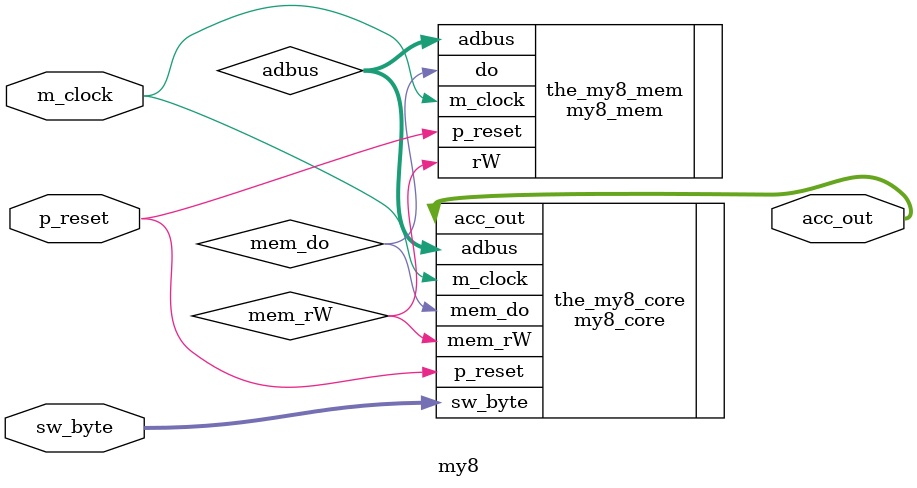
<source format=v>
module my8 (input p_reset, input m_clock, input [7:0] sw_byte, output [7:0] acc_out);
  wire [7:0] adbus ;
  wire mem_do, mem_rW ;

  my8_mem the_my8_mem(.p_reset(p_reset), .m_clock(m_clock), .do(mem_do), .rW(mem_rW), .adbus(adbus));
  my8_core the_my8_core(.p_reset(p_reset), .m_clock(m_clock), .mem_do(mem_do), .sw_byte(sw_byte), .mem_rW(mem_rW), .adbus(adbus), .acc_out(acc_out));
endmodule

</source>
